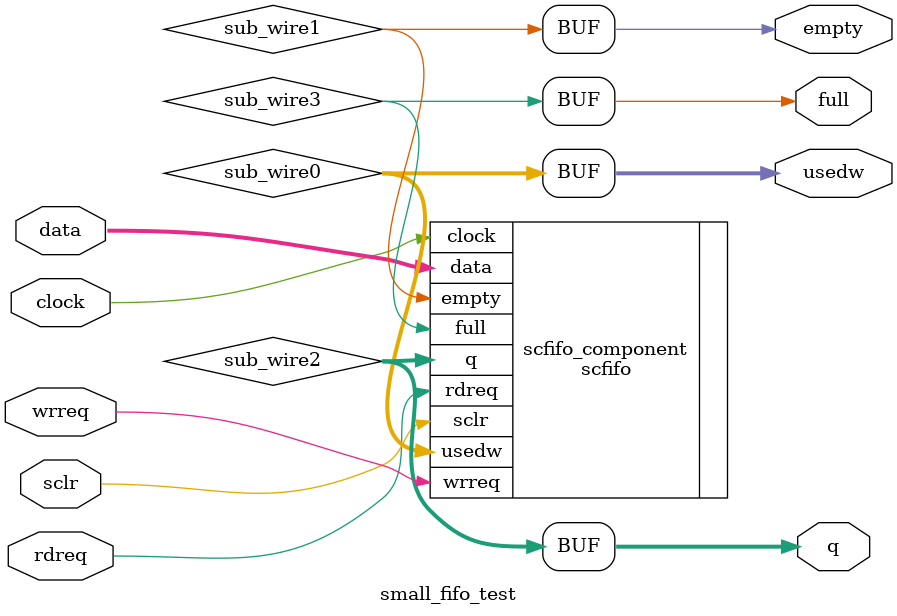
<source format=v>
module small_fifo_test (
	clock,
	data,
	rdreq,
	sclr,
	wrreq,
	empty,
	full,
	q,
	usedw);
	input	  clock;
	input	[71:0]  data;
	input	  rdreq;
	input	  sclr;
	input	  wrreq;
	output	  empty;
	output	  full;
	output	[71:0]  q;
	output	[2:0]  usedw;
	wire [2:0] sub_wire0;
	wire  sub_wire1;
	wire [71:0] sub_wire2;
	wire  sub_wire3;
	wire [2:0] usedw = sub_wire0[2:0];
	wire  empty = sub_wire1;
	wire [71:0] q = sub_wire2[71:0];
	wire  full = sub_wire3;
	scfifo	scfifo_component (
				.rdreq (rdreq),
				.sclr (sclr),
				.clock (clock),
				.wrreq (wrreq),
				.data (data),
				.usedw (sub_wire0),
				.empty (sub_wire1),
				.q (sub_wire2),
				.full (sub_wire3)
				// synopsys translate_off
				,
				.aclr (),
				.almost_empty (),
				.almost_full ()
				// synopsys translate_on
				);
	defparam
		scfifo_component.add_ram_output_register = "OFF",
		scfifo_component.intended_device_family = "Stratix II",
		scfifo_component.lpm_numwords = 8,
		scfifo_component.lpm_showahead = "OFF",
		scfifo_component.lpm_type = "scfifo",
		scfifo_component.lpm_width = 72,
		scfifo_component.lpm_widthu = 3,
		scfifo_component.overflow_checking = "ON",
		scfifo_component.underflow_checking = "ON",
		scfifo_component.use_eab = "ON";
endmodule
</source>
